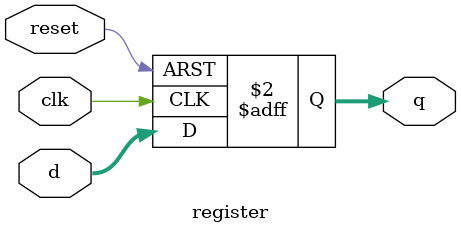
<source format=v>
module register (
    input wire clk,
    input wire reset,
    input wire [3:0] d,
    output reg [3:0] q
);

always @(posedge clk,posedge reset) begin
    if(reset) q<=4'b1111;
    else q<=d;
end    
endmodule
</source>
